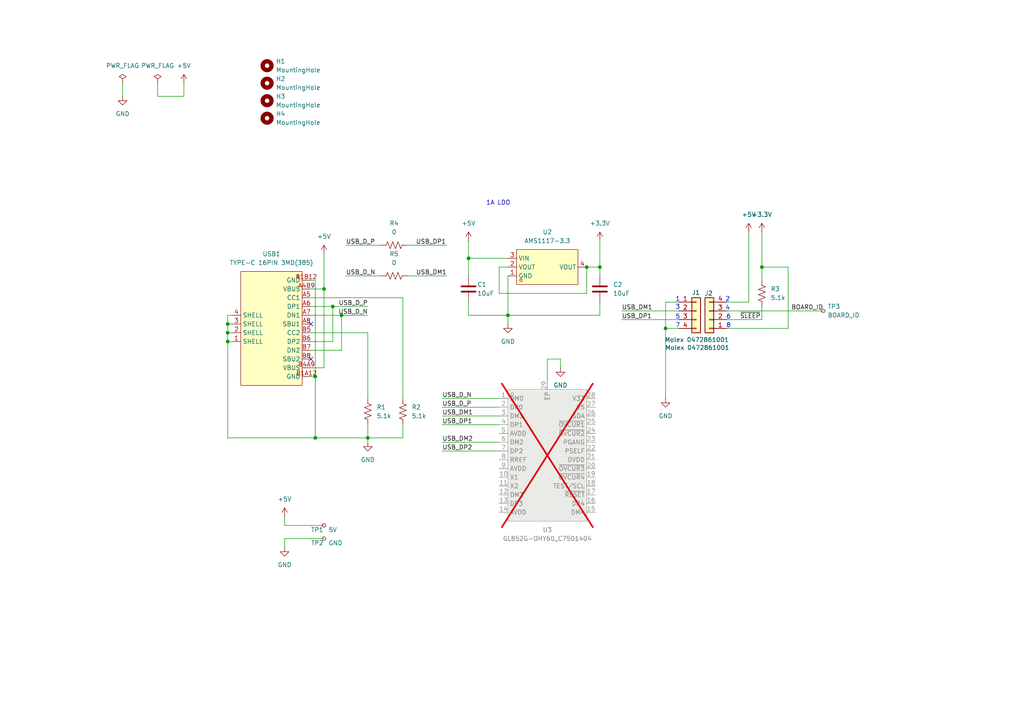
<source format=kicad_sch>
(kicad_sch (version 20231120) (generator "eeschema") (generator_version "8.0")
  (paper "A4")
  (lib_symbols
    (symbol "Connector:TestPoint_Small" (pin_numbers hide) (pin_names (offset 0.762) hide)
      (property "Reference" "TP" (at 0 3.81 0))
      (property "Value" "TestPoint_Small" (at 0 2.032 0))
      (symbol "TestPoint_Small_0_1"
        (circle (center 0 0) (radius 0.508))
      )
      (symbol "TestPoint_Small_1_1"
        (pin passive line (at 0 0 90) (length 0) (name "1") (number "1"))
      )
    )
    (symbol "Connector_Generic:Conn_01x04" (pin_names (offset 1.016) hide)
      (property "Reference" "J" (at 0 5.08 0))
      (property "Value" "Conn_01x04" (at 0 -7.62 0))
      (symbol "Conn_01x04_1_1"
        (rectangle (start -1.27 -4.953) (end 0 -5.207) (stroke (width 0.1524)))
        (rectangle (start -1.27 -2.413) (end 0 -2.667) (stroke (width 0.1524)))
        (rectangle (start -1.27 0.127) (end 0 -0.127) (stroke (width 0.1524)))
        (rectangle (start -1.27 2.667) (end 0 2.413) (stroke (width 0.1524)))
        (rectangle (start -1.27 3.81) (end 1.27 -6.35) (stroke (width 0.254)) (fill (type background)))
        (pin passive line (at -5.08 2.54 0) (length 3.81) (name "Pin_1") (number "1"))
        (pin passive line (at -5.08 0 0) (length 3.81) (name "Pin_2") (number "2"))
        (pin passive line (at -5.08 -2.54 0) (length 3.81) (name "Pin_3") (number "3"))
        (pin passive line (at -5.08 -5.08 0) (length 3.81) (name "Pin_4") (number "4"))
      )
    )
    (symbol "Device:C" (pin_numbers hide) (pin_names (offset 0.254))
      (property "Reference" "C" (at 0.635 2.54 0))
      (property "Value" "C" (at 0.635 -2.54 0))
      (symbol "C_0_1"
        (polyline (pts (xy -2.032 -0.762) (xy 2.032 -0.762)) (stroke (width 0.508)))
        (polyline (pts (xy -2.032 0.762) (xy 2.032 0.762)) (stroke (width 0.508)))
      )
      (symbol "C_1_1"
        (pin passive line (at 0 3.81 270) (length 2.794) (name "~") (number "1"))
        (pin passive line (at 0 -3.81 90) (length 2.794) (name "~") (number "2"))
      )
    )
    (symbol "Device:R_US" (pin_numbers hide) (pin_names (offset 0))
      (property "Reference" "R" (at 2.54 0 90))
      (property "Value" "R_US" (at -2.54 0 90))
      (symbol "R_US_0_1"
        (polyline (pts (xy 0 -2.286) (xy 0 -2.54)))
        (polyline (pts (xy 0 2.286) (xy 0 2.54)))
        (polyline (pts (xy 0 -0.762) (xy 1.016 -1.143) (xy 0 -1.524) (xy -1.016 -1.905) (xy 0 -2.286)))
        (polyline (pts (xy 0 0.762) (xy 1.016 0.381) (xy 0 0) (xy -1.016 -0.381) (xy 0 -0.762)))
        (polyline (pts (xy 0 2.286) (xy 1.016 1.905) (xy 0 1.524) (xy -1.016 1.143) (xy 0 0.762)))
      )
      (symbol "R_US_1_1"
        (pin passive line (at 0 3.81 270) (length 1.27) (name "~") (number "1"))
        (pin passive line (at 0 -3.81 90) (length 1.27) (name "~") (number "2"))
      )
    )
    (symbol "ExternalMount:AMS1117-3.3"
      (property "Reference" "U" (at 0 7.62 0))
      (property "Value" "AMS1117-3.3" (at 0 -7.62 0))
      (symbol "AMS1117-3.3_0_1"
        (rectangle (start -8.89 5.08) (end 8.89 -5.08) (fill (type background)))
        (circle (center -7.62 3.81) (radius 0.38))
        (pin unspecified line (at -11.43 2.54 0) (length 2.54) (name "GND") (number "1"))
        (pin unspecified line (at -11.43 0 0) (length 2.54) (name "VOUT") (number "2"))
        (pin unspecified line (at -11.43 -2.54 0) (length 2.54) (name "VIN") (number "3"))
        (pin unspecified line (at 11.43 0 180) (length 2.54) (name "VOUT") (number "4"))
      )
    )
    (symbol "ExternalMount:GL852G-OHY60_C7501404"
      (property "Reference" "U" (at 0 26.67 0))
      (property "Value" "GL852G-OHY60_C7501404" (at 0 -21.59 0))
      (symbol "GL852G-OHY60_C7501404_0_1"
        (rectangle (start -11.43 19.05) (end 11.43 -19.05) (fill (type background)))
        (circle (center -10.16 17.78) (radius 0.38))
        (pin unspecified line (at -13.97 16.51 0) (length 2.54) (name "DM0") (number "1"))
        (pin unspecified line (at -13.97 -6.35 0) (length 2.54) (name "X1") (number "10"))
        (pin unspecified line (at -13.97 -8.89 0) (length 2.54) (name "X2") (number "11"))
        (pin unspecified line (at -13.97 -11.43 0) (length 2.54) (name "DM3") (number "12"))
        (pin unspecified line (at -13.97 -13.97 0) (length 2.54) (name "DP3") (number "13"))
        (pin unspecified line (at -13.97 -16.51 0) (length 2.54) (name "AVDD") (number "14"))
        (pin unspecified line (at 13.97 -16.51 180) (length 2.54) (name "DM4") (number "15"))
        (pin unspecified line (at 13.97 -13.97 180) (length 2.54) (name "DP4") (number "16"))
        (pin unspecified line (at 13.97 -11.43 180) (length 2.54) (name "~{RESET}") (number "17"))
        (pin unspecified line (at 13.97 -8.89 180) (length 2.54) (name "TEST/SCL") (number "18"))
        (pin unspecified line (at 13.97 -6.35 180) (length 2.54) (name "~{OVCUR4}") (number "19"))
        (pin unspecified line (at -13.97 13.97 0) (length 2.54) (name "DP0") (number "2"))
        (pin unspecified line (at 13.97 -3.81 180) (length 2.54) (name "~{OVCUR3}") (number "20"))
        (pin unspecified line (at 13.97 -1.27 180) (length 2.54) (name "DVDD") (number "21"))
        (pin unspecified line (at 13.97 1.27 180) (length 2.54) (name "PSELF") (number "22"))
        (pin unspecified line (at 13.97 3.81 180) (length 2.54) (name "PGANG") (number "23"))
        (pin unspecified line (at 13.97 6.35 180) (length 2.54) (name "~{OVCUR2}") (number "24"))
        (pin unspecified line (at 13.97 8.89 180) (length 2.54) (name "~{OVCUR1}") (number "25"))
        (pin unspecified line (at 13.97 11.43 180) (length 2.54) (name "SDA") (number "26"))
        (pin unspecified line (at 13.97 13.97 180) (length 2.54) (name "V5") (number "27"))
        (pin unspecified line (at 13.97 16.51 180) (length 2.54) (name "V33") (number "28"))
        (pin unspecified line (at 0 21.59 270) (length 2.54) (name "EP") (number "29"))
        (pin unspecified line (at -13.97 11.43 0) (length 2.54) (name "DM1") (number "3"))
        (pin unspecified line (at -13.97 8.89 0) (length 2.54) (name "DP1") (number "4"))
        (pin unspecified line (at -13.97 6.35 0) (length 2.54) (name "AVDD") (number "5"))
        (pin unspecified line (at -13.97 3.81 0) (length 2.54) (name "DM2") (number "6"))
        (pin unspecified line (at -13.97 1.27 0) (length 2.54) (name "DP2") (number "7"))
        (pin unspecified line (at -13.97 -1.27 0) (length 2.54) (name "RREF") (number "8"))
        (pin unspecified line (at -13.97 -3.81 0) (length 2.54) (name "AVDD") (number "9"))
      )
    )
    (symbol "ExternalMount:TYPE-C16PIN3MD(385)"
      (property "Reference" "USB" (at 0 20.32 0))
      (property "Value" "TYPE-C 16PIN 3MD(385)" (at 0 -17.78 0))
      (symbol "TYPE-C16PIN3MD(385)_0_1"
        (rectangle (start -10.16 17.78) (end 7.62 -15.24) (fill (type background)))
        (circle (center -8.89 16.51) (radius 0.38))
        (pin unspecified line (at 10.16 -2.54 180) (length 2.54) (name "SHELL") (number "1"))
        (pin unspecified line (at 10.16 0 180) (length 2.54) (name "SHELL") (number "2"))
        (pin unspecified line (at 10.16 2.54 180) (length 2.54) (name "SHELL") (number "3"))
        (pin unspecified line (at 10.16 5.08 180) (length 2.54) (name "SHELL") (number "4"))
        (pin unspecified line (at -12.7 15.24 0) (length 2.54) (name "GND") (number "A1B12"))
        (pin unspecified line (at -12.7 12.7 0) (length 2.54) (name "VBUS") (number "A4B9"))
        (pin unspecified line (at -12.7 10.16 0) (length 2.54) (name "CC1") (number "A5"))
        (pin unspecified line (at -12.7 7.62 0) (length 2.54) (name "DP1") (number "A6"))
        (pin unspecified line (at -12.7 5.08 0) (length 2.54) (name "DN1") (number "A7"))
        (pin unspecified line (at -12.7 2.54 0) (length 2.54) (name "SBU1") (number "A8"))
        (pin unspecified line (at -12.7 -12.7 0) (length 2.54) (name "GND") (number "B1A12"))
        (pin unspecified line (at -12.7 -10.16 0) (length 2.54) (name "VBUS") (number "B4A9"))
        (pin unspecified line (at -12.7 0 0) (length 2.54) (name "CC2") (number "B5"))
        (pin unspecified line (at -12.7 -2.54 0) (length 2.54) (name "DP2") (number "B6"))
        (pin unspecified line (at -12.7 -5.08 0) (length 2.54) (name "DN2") (number "B7"))
        (pin unspecified line (at -12.7 -7.62 0) (length 2.54) (name "SBU2") (number "B8"))
      )
    )
    (symbol "Mechanical:MountingHole" (pin_names (offset 1.016)) (exclude_from_sim yes) (in_bom no)
      (property "Reference" "H" (at 0 5.08 0))
      (property "Value" "MountingHole" (at 0 3.175 0))
      (symbol "MountingHole_0_1"
        (circle (center 0 0) (radius 1.27) (stroke (width 1.27)))
      )
    )
    (symbol "power:+3.3V" (power) (pin_numbers hide) (pin_names (offset 0) hide)
      (property "Value" "+3.3V" (at 0 3.556 0))
      (symbol "+3.3V_0_1"
        (polyline (pts (xy -0.762 1.27) (xy 0 2.54)))
        (polyline (pts (xy 0 0) (xy 0 2.54)))
        (polyline (pts (xy 0 2.54) (xy 0.762 1.27)))
      )
      (symbol "+3.3V_1_1"
        (pin power_in line (at 0 0 90) (length 0) (name "~") (number "1"))
      )
    )
    (symbol "power:+5V" (power) (pin_numbers hide) (pin_names (offset 0) hide)
      (property "Value" "+5V" (at 0 3.556 0))
      (symbol "+5V_0_1"
        (polyline (pts (xy -0.762 1.27) (xy 0 2.54)))
        (polyline (pts (xy 0 0) (xy 0 2.54)))
        (polyline (pts (xy 0 2.54) (xy 0.762 1.27)))
      )
      (symbol "+5V_1_1"
        (pin power_in line (at 0 0 90) (length 0) (name "~") (number "1"))
      )
    )
    (symbol "power:GND" (power) (pin_numbers hide) (pin_names (offset 0) hide)
      (property "Value" "GND" (at 0 -3.81 0))
      (symbol "GND_0_1"
        (polyline (pts (xy 0 0) (xy 0 -1.27) (xy 1.27 -1.27) (xy 0 -2.54) (xy -1.27 -1.27) (xy 0 -1.27)))
      )
      (symbol "GND_1_1"
        (pin power_in line (at 0 0 270) (length 0) (name "~") (number "1"))
      )
    )
    (symbol "power:PWR_FLAG" (power) (pin_numbers hide) (pin_names (offset 0) hide)
      (property "Value" "PWR_FLAG" (at 0 3.81 0))
      (symbol "PWR_FLAG_0_0"
        (pin power_out line (at 0 0 90) (length 0) (name "~") (number "1"))
      )
      (symbol "PWR_FLAG_0_1"
        (polyline (pts (xy 0 0) (xy 0 1.27) (xy -1.016 1.905) (xy 0 2.54) (xy 1.016 1.905) (xy 0 1.27)))
      )
    )
  )
  (junction (at 147.32 91.44))
  (junction (at 170.18 77.47))
  (junction (at 193.04 95.25))
  (junction (at 99.06 91.44))
  (junction (at 66.04 96.52))
  (junction (at 96.52 88.9))
  (junction (at 135.89 74.93))
  (junction (at 173.99 77.47))
  (junction (at 106.68 127))
  (junction (at 91.44 127))
  (junction (at 66.04 99.06))
  (junction (at 220.98 77.47))
  (junction (at 66.04 93.98))
  (junction (at 93.98 83.82))
  (junction (at 91.44 109.22))
  (no_connect (at 90.17 104.14))
  (no_connect (at 90.17 93.98))
  (wire (pts (xy 90.17 101.6) (xy 99.06 101.6)))
  (wire (pts (xy 147.32 77.47) (xy 144.78 77.47)))
  (wire (pts (xy 220.98 67.31) (xy 220.98 77.47)))
  (wire (pts (xy 82.55 156.21) (xy 82.55 158.75)))
  (wire (pts (xy 220.98 88.9) (xy 220.98 92.71)))
  (wire (pts (xy 128.27 128.27) (xy 144.78 128.27)))
  (wire (pts (xy 173.99 87.63) (xy 173.99 91.44)))
  (wire (pts (xy 128.27 130.81) (xy 144.78 130.81)))
  (wire (pts (xy 82.55 149.86) (xy 82.55 152.4)))
  (wire (pts (xy 135.89 87.63) (xy 135.89 91.44)))
  (wire (pts (xy 135.89 69.85) (xy 135.89 74.93)))
  (wire (pts (xy 66.04 91.44) (xy 66.04 93.98)))
  (wire (pts (xy 228.6 77.47) (xy 228.6 95.25)))
  (wire (pts (xy 173.99 69.85) (xy 173.99 77.47)))
  (wire (pts (xy 99.06 91.44) (xy 106.68 91.44)))
  (wire (pts (xy 90.17 91.44) (xy 99.06 91.44)))
  (wire (pts (xy 35.56 24.13) (xy 35.56 27.94)))
  (wire (pts (xy 106.68 123.19) (xy 106.68 127)))
  (wire (pts (xy 90.17 109.22) (xy 91.44 109.22)))
  (wire (pts (xy 90.17 106.68) (xy 93.98 106.68)))
  (wire (pts (xy 66.04 99.06) (xy 66.04 96.52)))
  (wire (pts (xy 118.11 80.01) (xy 129.54 80.01)))
  (wire (pts (xy 217.17 67.31) (xy 217.17 87.63)))
  (wire (pts (xy 180.34 92.71) (xy 196.85 92.71)))
  (wire (pts (xy 116.84 123.19) (xy 116.84 127)))
  (wire (pts (xy 135.89 74.93) (xy 147.32 74.93)))
  (wire (pts (xy 96.52 88.9) (xy 106.68 88.9)))
  (wire (pts (xy 220.98 77.47) (xy 220.98 81.28)))
  (wire (pts (xy 210.82 87.63) (xy 217.17 87.63)))
  (wire (pts (xy 90.17 99.06) (xy 96.52 99.06)))
  (wire (pts (xy 90.17 86.36) (xy 116.84 86.36)))
  (wire (pts (xy 162.56 106.68) (xy 162.56 104.14)))
  (wire (pts (xy 90.17 81.28) (xy 91.44 81.28)))
  (wire (pts (xy 45.72 24.13) (xy 45.72 27.94)))
  (wire (pts (xy 66.04 99.06) (xy 66.04 127)))
  (wire (pts (xy 135.89 74.93) (xy 135.89 80.01)))
  (wire (pts (xy 90.17 88.9) (xy 96.52 88.9)))
  (wire (pts (xy 193.04 95.25) (xy 193.04 115.57)))
  (wire (pts (xy 45.72 27.94) (xy 53.34 27.94)))
  (wire (pts (xy 147.32 91.44) (xy 147.32 93.98)))
  (wire (pts (xy 180.34 90.17) (xy 196.85 90.17)))
  (wire (pts (xy 90.17 83.82) (xy 93.98 83.82)))
  (wire (pts (xy 66.04 96.52) (xy 66.04 93.98)))
  (wire (pts (xy 67.31 99.06) (xy 66.04 99.06)))
  (wire (pts (xy 147.32 80.01) (xy 147.32 91.44)))
  (wire (pts (xy 66.04 93.98) (xy 67.31 93.98)))
  (wire (pts (xy 91.44 109.22) (xy 91.44 127)))
  (wire (pts (xy 106.68 127) (xy 116.84 127)))
  (wire (pts (xy 128.27 115.57) (xy 144.78 115.57)))
  (wire (pts (xy 106.68 127) (xy 106.68 128.27)))
  (wire (pts (xy 93.98 83.82) (xy 93.98 73.66)))
  (wire (pts (xy 91.44 81.28) (xy 91.44 109.22)))
  (wire (pts (xy 128.27 118.11) (xy 144.78 118.11)))
  (wire (pts (xy 67.31 96.52) (xy 66.04 96.52)))
  (wire (pts (xy 128.27 123.19) (xy 144.78 123.19)))
  (wire (pts (xy 220.98 77.47) (xy 228.6 77.47)))
  (wire (pts (xy 147.32 91.44) (xy 173.99 91.44)))
  (wire (pts (xy 144.78 77.47) (xy 144.78 85.09)))
  (wire (pts (xy 162.56 104.14) (xy 158.75 104.14)))
  (wire (pts (xy 220.98 92.71) (xy 210.82 92.71)))
  (wire (pts (xy 82.55 156.21) (xy 93.98 156.21)))
  (wire (pts (xy 106.68 96.52) (xy 106.68 115.57)))
  (wire (pts (xy 116.84 86.36) (xy 116.84 115.57)))
  (wire (pts (xy 210.82 90.17) (xy 238.76 90.17)))
  (wire (pts (xy 93.98 106.68) (xy 93.98 83.82)))
  (wire (pts (xy 67.31 91.44) (xy 66.04 91.44)))
  (wire (pts (xy 53.34 27.94) (xy 53.34 24.13)))
  (wire (pts (xy 90.17 96.52) (xy 106.68 96.52)))
  (wire (pts (xy 91.44 127) (xy 106.68 127)))
  (wire (pts (xy 128.27 120.65) (xy 144.78 120.65)))
  (wire (pts (xy 196.85 87.63) (xy 193.04 87.63)))
  (wire (pts (xy 210.82 95.25) (xy 228.6 95.25)))
  (wire (pts (xy 96.52 99.06) (xy 96.52 88.9)))
  (wire (pts (xy 100.33 80.01) (xy 110.49 80.01)))
  (wire (pts (xy 173.99 77.47) (xy 173.99 80.01)))
  (wire (pts (xy 135.89 91.44) (xy 147.32 91.44)))
  (wire (pts (xy 193.04 87.63) (xy 193.04 95.25)))
  (wire (pts (xy 100.33 71.12) (xy 110.49 71.12)))
  (wire (pts (xy 66.04 127) (xy 91.44 127)))
  (wire (pts (xy 196.85 95.25) (xy 193.04 95.25)))
  (wire (pts (xy 99.06 91.44) (xy 99.06 101.6)))
  (wire (pts (xy 158.75 104.14) (xy 158.75 110.49)))
  (wire (pts (xy 82.55 152.4) (xy 93.98 152.4)))
  (wire (pts (xy 173.99 77.47) (xy 170.18 77.47)))
  (wire (pts (xy 144.78 85.09) (xy 170.18 85.09)))
  (wire (pts (xy 118.11 71.12) (xy 129.54 71.12)))
  (wire (pts (xy 170.18 85.09) (xy 170.18 77.47)))
  (text "1A LDO" (at 140.97 59.69 0) (effects (font (size 1.27 1.27)) (justify left bottom)))
  (text "7" (at 196.596 94.488 0) (effects (font (size 1.27 1.27))))
  (text "5" (at 196.596 91.948 0) (effects (font (size 1.27 1.27))))
  (text "4" (at 211.074 89.408 0) (effects (font (size 1.27 1.27))))
  (text "8" (at 211.328 94.488 0) (effects (font (size 1.27 1.27))))
  (text "6" (at 211.328 91.948 0) (effects (font (size 1.27 1.27))))
  (text "3" (at 196.596 89.154 0) (effects (font (size 1.27 1.27))))
  (text "2" (at 211.074 86.868 0) (effects (font (size 1.27 1.27))))
  (text "1" (at 196.596 86.868 0) (effects (font (size 1.27 1.27))))
  (label "USB_D_P" (at 100.33 71.12 0))
  (label "USB_DM1" (at 128.27 120.65 0))
  (label "USB_D_P" (at 128.27 118.11 0))
  (label "USB_DM1" (at 180.34 90.17 0))
  (label "USB_D_P" (at 106.68 88.9 180))
  (label "USB_DP1" (at 128.27 123.19 0))
  (label "USB_DP1" (at 180.34 92.71 0))
  (label "USB_DM1" (at 120.65 80.01 0))
  (label "BOARD_ID" (at 238.76 90.17 180))
  (label "USB_DP2" (at 128.27 130.81 0))
  (label "USB_D_N" (at 106.68 91.44 180))
  (label "USB_DP1" (at 120.65 71.12 0))
  (label "~{SLEEP}" (at 214.63 92.71 0))
  (label "USB_DM2" (at 128.27 128.27 0))
  (label "USB_D_N" (at 128.27 115.57 0))
  (label "USB_D_N" (at 100.33 80.01 0))
  (symbol (lib_id "power:PWR_FLAG") (at 35.56 24.13 0) (unit 1)
    (property "Reference" "#FLG01" (effects (hide yes)))
    (property "Value" "PWR_FLAG" (at 35.56 19.05 0))
    (property "Description" "Special symbol for telling ERC where power comes from" (effects (hide yes)))
  )
  (symbol (lib_id "power:GND") (at 82.55 158.75 0) (unit 1)
    (property "Reference" "#PWR04" (effects (hide yes)))
    (property "Value" "GND" (at 82.55 163.83 0))
    (property "Description" "Power symbol creates a global label with name \"GND\" , ground" (effects (hide yes)))
  )
  (symbol (lib_id "power:GND") (at 106.68 128.27 0) (unit 1)
    (property "Reference" "#PWR06" (effects (hide yes)))
    (property "Value" "GND" (at 106.68 133.35 0))
    (property "Description" "Power symbol creates a global label with name \"GND\" , ground" (effects (hide yes)))
  )
  (symbol (lib_id "Connector_Generic:Conn_01x04") (at 205.74 92.71 180) (unit 1)
    (property "Reference" "J2" (at 206.756 85.09 0) (effects (justify left)))
    (property "Value" "Molex 0472861001" (at 211.582 100.838 0) (effects (justify left)))
    (property "Footprint" "ExternalMount:Molex_0472861001" (effects (hide yes)))
    (property "Description" "Generic connector, single row, 01x04, script generated (kicad-library-utils/schlib/autogen/connector/)" (effects (hide yes)))
  )
  (symbol (lib_id "power:+5V") (at 135.89 69.85 0) (unit 1)
    (property "Reference" "#PWR07" (effects (hide yes)))
    (property "Value" "+5V" (at 135.89 64.77 0))
    (property "Description" "Power symbol creates a global label with name \"+5V\"" (effects (hide yes)))
  )
  (symbol (lib_id "Connector:TestPoint_Small") (at 93.98 152.4 0) (unit 1)
    (property "Reference" "TP1" (at 90.17 153.67 0) (effects (justify left)))
    (property "Value" "5V" (at 95.25 153.6699 0) (effects (justify left)))
    (property "Footprint" "TestPoint:TestPoint_Pad_D1.0mm" (effects (hide yes)))
    (property "Description" "test point" (effects (hide yes)))
  )
  (symbol (lib_id "Device:R_US") (at 114.3 80.01 90) (unit 1)
    (property "Reference" "R5" (at 114.3 73.66 90))
    (property "Value" "0" (at 114.3 76.2 90))
    (property "Footprint" "Resistor_SMD:R_0603_1608Metric" (effects (hide yes)))
    (property "Description" "Resistor, US symbol" (effects (hide yes)))
  )
  (symbol (lib_id "Device:C") (at 135.89 83.82 0) (unit 1)
    (property "Reference" "C1" (at 138.43 82.55 0) (effects (justify left)))
    (property "Value" "10uF" (at 138.43 85.09 0) (effects (justify left)))
    (property "Footprint" "Capacitor_SMD:C_0603_1608Metric" (effects (hide yes)))
    (property "Description" "Unpolarized capacitor" (effects (hide yes)))
  )
  (symbol (lib_id "Connector_Generic:Conn_01x04") (at 201.93 90.17 0) (unit 1)
    (property "Reference" "J1" (at 200.66 84.836 0) (effects (justify left)))
    (property "Value" "Molex 0472861001" (at 192.786 98.552 0) (effects (justify left)))
    (property "Footprint" "ExternalMount:Molex_0472861001" (effects (hide yes)))
    (property "Description" "Generic connector, single row, 01x04, script generated (kicad-library-utils/schlib/autogen/connector/)" (effects (hide yes)))
  )
  (symbol (lib_id "power:+5V") (at 53.34 24.13 0) (unit 1)
    (property "Reference" "#PWR02" (effects (hide yes)))
    (property "Value" "+5V" (at 53.34 19.05 0))
    (property "Description" "Power symbol creates a global label with name \"+5V\"" (effects (hide yes)))
  )
  (symbol (lib_id "power:+3.3V") (at 173.99 69.85 0) (unit 1)
    (property "Reference" "#PWR09" (effects (hide yes)))
    (property "Value" "+3.3V" (at 173.99 64.77 0))
    (property "Description" "Power symbol creates a global label with name \"+3.3V\"" (effects (hide yes)))
  )
  (symbol (lib_id "ExternalMount:GL852G-OHY60_C7501404") (at 158.75 132.08 0) (unit 1) (dnp yes)
    (property "Reference" "U3" (at 158.75 153.67 0))
    (property "Value" "GL852G-OHY60_C7501404" (at 158.75 156.21 0))
    (property "Footprint" "ExternalMount:QFN-28_L5.0-W5.0-P0.50-BL-EP" (effects (hide yes)))
    (property "LCSC Part" "C7501404" (effects (hide yes)))
  )
  (symbol (lib_id "Connector:TestPoint_Small") (at 93.98 156.21 0) (unit 1)
    (property "Reference" "TP2" (at 90.17 157.48 0) (effects (justify left)))
    (property "Value" "GND" (at 95.25 157.4799 0) (effects (justify left)))
    (property "Footprint" "TestPoint:TestPoint_Pad_D1.0mm" (effects (hide yes)))
    (property "Description" "test point" (effects (hide yes)))
  )
  (symbol (lib_id "Mechanical:MountingHole") (at 77.47 24.13 0) (unit 1)
    (property "Reference" "H2" (at 80.01 22.8599 0) (effects (justify left)))
    (property "Value" "MountingHole" (at 80.01 25.3999 0) (effects (justify left)))
    (property "Footprint" "MountingHole:MountingHole_5mm" (effects (hide yes)))
    (property "Description" "Mounting Hole without connection" (effects (hide yes)))
  )
  (symbol (lib_id "power:GND") (at 147.32 93.98 0) (unit 1)
    (property "Reference" "#PWR08" (effects (hide yes)))
    (property "Value" "GND" (at 147.32 99.06 0))
    (property "Description" "Power symbol creates a global label with name \"GND\" , ground" (effects (hide yes)))
  )
  (symbol (lib_id "power:+3.3V") (at 220.98 67.31 0) (unit 1)
    (property "Reference" "#PWR013" (effects (hide yes)))
    (property "Value" "+3.3V" (at 220.98 62.23 0))
    (property "Description" "Power symbol creates a global label with name \"+3.3V\"" (effects (hide yes)))
  )
  (symbol (lib_id "power:+5V") (at 82.55 149.86 0) (unit 1)
    (property "Reference" "#PWR03" (effects (hide yes)))
    (property "Value" "+5V" (at 82.55 144.78 0))
    (property "Description" "Power symbol creates a global label with name \"+5V\"" (effects (hide yes)))
  )
  (symbol (lib_id "Device:R_US") (at 114.3 71.12 90) (unit 1)
    (property "Reference" "R4" (at 114.3 64.77 90))
    (property "Value" "0" (at 114.3 67.31 90))
    (property "Footprint" "Resistor_SMD:R_0603_1608Metric" (effects (hide yes)))
    (property "Description" "Resistor, US symbol" (effects (hide yes)))
  )
  (symbol (lib_id "power:GND") (at 35.56 27.94 0) (unit 1)
    (property "Reference" "#PWR01" (effects (hide yes)))
    (property "Value" "GND" (at 35.56 33.02 0))
    (property "Description" "Power symbol creates a global label with name \"GND\" , ground" (effects (hide yes)))
  )
  (symbol (lib_id "power:PWR_FLAG") (at 45.72 24.13 0) (unit 1)
    (property "Reference" "#FLG02" (effects (hide yes)))
    (property "Value" "PWR_FLAG" (at 45.72 19.05 0))
    (property "Description" "Special symbol for telling ERC where power comes from" (effects (hide yes)))
  )
  (symbol (lib_id "power:+5V") (at 217.17 67.31 0) (unit 1)
    (property "Reference" "#PWR011" (effects (hide yes)))
    (property "Value" "+5V" (at 217.17 62.23 0))
    (property "Description" "Power symbol creates a global label with name \"+5V\"" (effects (hide yes)))
  )
  (symbol (lib_id "ExternalMount:TYPE-C16PIN3MD(385)") (at 77.47 96.52 0) (mirror y) (unit 1)
    (property "Reference" "USB1" (at 78.74 73.66 0))
    (property "Value" "TYPE-C 16PIN 3MD(385)" (at 78.74 76.2 0))
    (property "Footprint" "ExternalMount:USB-C-SMD_TYPE-C16PIN" (effects (hide yes)))
    (property "LCSC Part" "C2858270" (effects (hide yes)))
  )
  (symbol (lib_id "Device:R_US") (at 106.68 119.38 0) (unit 1)
    (property "Reference" "R1" (at 109.22 118.1099 0) (effects (justify left)))
    (property "Value" "5.1k" (at 109.22 120.6499 0) (effects (justify left)))
    (property "Footprint" "Resistor_SMD:R_0603_1608Metric" (effects (hide yes)))
    (property "Description" "Resistor, US symbol" (effects (hide yes)))
  )
  (symbol (lib_id "power:GND") (at 193.04 115.57 0) (unit 1)
    (property "Reference" "#PWR010" (effects (hide yes)))
    (property "Value" "GND" (at 193.04 120.65 0))
    (property "Description" "Power symbol creates a global label with name \"GND\" , ground" (effects (hide yes)))
  )
  (symbol (lib_id "ExternalMount:AMS1117-3.3") (at 158.75 77.47 0) (mirror x) (unit 1)
    (property "Reference" "U2" (at 158.75 67.31 0))
    (property "Value" "AMS1117-3.3" (at 158.75 69.85 0))
    (property "Footprint" "ExternalMount:SOT-223-3_L6.5-W3.4-P2.30-LS7.0-BR" (effects (hide yes)))
    (property "Datasheet" "https://lcsc.com/product-detail/Low-Dropout-Regulators-LDO_AMS_AMS1117-3-3_AMS1117-3-3_C6186.html" (effects (hide yes)))
    (property "LCSC Part" "C6186" (effects (hide yes)))
  )
  (symbol (lib_id "Device:R_US") (at 116.84 119.38 0) (unit 1)
    (property "Reference" "R2" (at 119.38 118.1099 0) (effects (justify left)))
    (property "Value" "5.1k" (at 119.38 120.6499 0) (effects (justify left)))
    (property "Footprint" "Resistor_SMD:R_0603_1608Metric" (effects (hide yes)))
    (property "Description" "Resistor, US symbol" (effects (hide yes)))
  )
  (symbol (lib_id "power:GND") (at 162.56 106.68 0) (unit 1)
    (property "Reference" "#PWR05" (effects (hide yes)))
    (property "Value" "GND" (at 162.56 111.76 0))
    (property "Description" "Power symbol creates a global label with name \"GND\" , ground" (effects (hide yes)))
  )
  (symbol (lib_id "Device:C") (at 173.99 83.82 0) (unit 1)
    (property "Reference" "C2" (at 177.8 82.5499 0) (effects (justify left)))
    (property "Value" "10uF" (at 177.8 85.0899 0) (effects (justify left)))
    (property "Footprint" "Capacitor_SMD:C_0603_1608Metric" (effects (hide yes)))
    (property "Description" "Unpolarized capacitor" (effects (hide yes)))
  )
  (symbol (lib_id "Mechanical:MountingHole") (at 77.47 29.21 0) (unit 1)
    (property "Reference" "H3" (at 80.01 27.9399 0) (effects (justify left)))
    (property "Value" "MountingHole" (at 80.01 30.4799 0) (effects (justify left)))
    (property "Footprint" "MountingHole:MountingHole_2.5mm" (effects (hide yes)))
    (property "Description" "Mounting Hole without connection" (effects (hide yes)))
  )
  (symbol (lib_id "Connector:TestPoint_Small") (at 238.76 90.17 0) (unit 1)
    (property "Reference" "TP3" (at 240.03 88.8999 0) (effects (justify left)))
    (property "Value" "BOARD_ID" (at 240.03 91.4399 0) (effects (justify left)))
    (property "Footprint" "TestPoint:TestPoint_Pad_D1.0mm" (effects (hide yes)))
    (property "Description" "test point" (effects (hide yes)))
  )
  (symbol (lib_id "Mechanical:MountingHole") (at 77.47 19.05 0) (unit 1)
    (property "Reference" "H1" (at 80.01 17.7799 0) (effects (justify left)))
    (property "Value" "MountingHole" (at 80.01 20.3199 0) (effects (justify left)))
    (property "Footprint" "MountingHole:MountingHole_5mm" (effects (hide yes)))
    (property "Description" "Mounting Hole without connection" (effects (hide yes)))
  )
  (symbol (lib_id "power:+5V") (at 93.98 73.66 0) (unit 1)
    (property "Reference" "#PWR014" (effects (hide yes)))
    (property "Value" "+5V" (at 93.98 68.58 0))
    (property "Description" "Power symbol creates a global label with name \"+5V\"" (effects (hide yes)))
  )
  (symbol (lib_id "Device:R_US") (at 220.98 85.09 0) (unit 1)
    (property "Reference" "R3" (at 223.52 83.82 0) (effects (justify left)))
    (property "Value" "5.1k" (at 223.52 86.36 0) (effects (justify left)))
    (property "Footprint" "Resistor_SMD:R_0603_1608Metric" (effects (hide yes)))
    (property "Description" "Resistor, US symbol" (effects (hide yes)))
  )
  (symbol (lib_id "Mechanical:MountingHole") (at 77.47 34.29 0) (unit 1)
    (property "Reference" "H4" (at 80.01 33.0199 0) (effects (justify left)))
    (property "Value" "MountingHole" (at 80.01 35.5599 0) (effects (justify left)))
    (property "Footprint" "MountingHole:MountingHole_2.5mm" (effects (hide yes)))
    (property "Description" "Mounting Hole without connection" (effects (hide yes)))
  )
)
</source>
